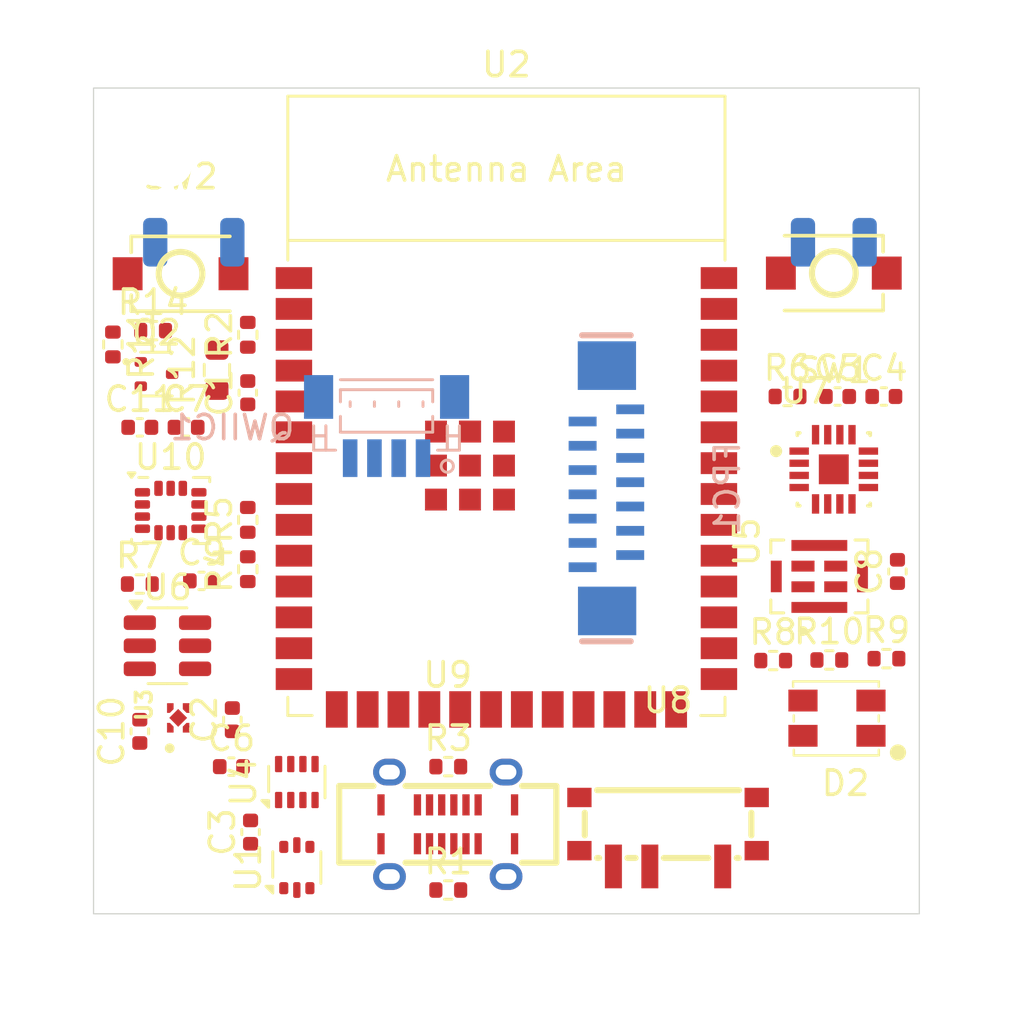
<source format=kicad_pcb>
(kicad_pcb (version 20241229) (generator "pcbnew") (generator_version "9.0")
  (layers (0 "F.Cu" signal) (2 "B.Cu" signal) (13 "F.Paste" user) (15 "B.Paste" user) (5 "F.SilkS" user "F.Silkscreen") (7 "B.SilkS" user "B.Silkscreen") (1 "F.Mask" user) (3 "B.Mask" user) (25 "Edge.Cuts" user))
  (net 0 "")
  (net 1 "GND")
  (net 2 "EN")
  (net 3 "PWR")
  (net 4 "+5V")
  (net 5 "BAT+")
  (net 6 "+3V3")
  (net 7 "SPK+")
  (net 8 "SPK-")
  (net 9 "Net-(D2-BA)")
  (net 10 "Net-(D2-GA)")
  (net 11 "Net-(D2-RA)")
  (net 12 "SDA")
  (net 13 "SCL")
  (net 14 "Net-(U9-CC2)")
  (net 15 "Net-(U9-CC1)")
  (net 16 "BAT_MONITOR")
  (net 17 "Net-(U7-~{SD_MODE})")
  (net 18 "~{SD_MODE}")
  (net 19 "Net-(U6-PROG)")
  (net 20 "RED")
  (net 21 "GREEN")
  (net 22 "BLUE")
  (net 23 "IO0")
  (net 24 "USB_D+")
  (net 25 "USB_D-")
  (net 26 "USB_D_IN+")
  (net 27 "USB_D_IN-")
  (net 32 "INT1")
  (net 33 "MIC_LR")
  (net 34 "SPK_DIN")
  (net 36 "~{STDBY}")
  (net 42 "~{CHRG}")
  (net 44 "INT2")
  (net 45 "SPK_BCLK")
  (net 46 "MIC_CLK")
  (net 47 "MIC_DATA")
  (net 51 "SPK_LRCLK")
  (net 52 "CS_3")
  (net 54 "PWR_IN")
  (net 62 "RS")
  (net 63 "CS_5")
  (net 64 "CS_2")
  (net 65 "RST")
  (net 66 "CS_1")
  (net 67 "CS_4")
  (net 68 "Net-(Q2-G)")
  (net 69 "Net-(Q2-D)")
  (net 70 "BACKLIGHT")
  (net 71 "LED_K")
  (footprint "Resistor_SMD:R_0402_1005Metric" (layer "F.Cu") (at 227.78066 78.794211)
    (property "Reference" "R10" (at 0 -1.17 0) (layer "F.SilkS"))
    (property "Value" "100")
    (pad "1" smd roundrect (at -0.51 0) (size 0.54 0.64) (layers "F.Cu" "F.Mask" "F.Paste") (net 9 "Net-(D2-BA)"))
    (pad "2" smd roundrect (at 0.51 0) (size 0.54 0.64) (layers "F.Cu" "F.Mask" "F.Paste") (net 22 "BLUE"))
  )
  (footprint "MountingHole:MountingHole_2.2mm_M2" (layer "F.Cu") (at 200.485 58.245)
    (property "Reference" "H1" (hide yes))
    (property "Value" "MountingHole")
    (pad "" np_thru_hole circle (at 0 0) (size 2.2 2.2) (drill 2.2) (layers "*.Cu" "*.Mask"))
  )
  (footprint "Capacitor_SMD:C_0402_1005Metric" (layer "F.Cu") (at 203.95 85.88 90)
    (property "Reference" "C3" (at 0 -1.16 90) (layer "F.SilkS"))
    (property "Value" "2.2uF")
    (pad "1" smd roundrect (at -0.48 0 90) (size 0.56 0.62) (layers "F.Cu" "F.Mask" "F.Paste") (net 4 "+5V"))
    (pad "2" smd roundrect (at 0.48 0 90) (size 0.56 0.62) (layers "F.Cu" "F.Mask" "F.Paste") (net 1 "GND"))
  )
  (footprint "PCM_Espressif:ESP32-S3-WROOM-1" (layer "F.Cu") (at 214.485 71.33)
    (property "Reference" "U2" (at 0 -17.05 0) (layer "F.SilkS"))
    (property "Value" "ESP32-S3-WROOM-1")
    (fp_text user "Antenna Area" (at 0 -12.75 0) (layer "F.SilkS"))
    (pad "1" smd rect (at -8.75 -8.26) (size 1.5 0.9) (layers "F.Cu" "F.Mask" "F.Paste") (net 1 "GND"))
    (pad "2" smd rect (at -8.75 -6.99) (size 1.5 0.9) (layers "F.Cu" "F.Mask" "F.Paste") (net 6 "+3V3"))
    (pad "3" smd rect (at -8.75 -5.72) (size 1.5 0.9) (layers "F.Cu" "F.Mask" "F.Paste") (net 2 "EN"))
    (pad "4" smd rect (at -8.75 -4.45) (size 1.5 0.9) (layers "F.Cu" "F.Mask" "F.Paste") (net 20 "RED"))
    (pad "5" smd rect (at -8.75 -3.18) (size 1.5 0.9) (layers "F.Cu" "F.Mask" "F.Paste") (net 21 "GREEN"))
    (pad "6" smd rect (at -8.75 -1.91) (size 1.5 0.9) (layers "F.Cu" "F.Mask" "F.Paste") (net 22 "BLUE"))
    (pad "7" smd rect (at -8.75 -0.64) (size 1.5 0.9) (layers "F.Cu" "F.Mask" "F.Paste") (net 13 "SCL"))
    (pad "8" smd rect (at -8.75 0.63) (size 1.5 0.9) (layers "F.Cu" "F.Mask" "F.Paste") (net 12 "SDA"))
    (pad "9" smd rect (at -8.75 1.9) (size 1.5 0.9) (layers "F.Cu" "F.Mask" "F.Paste") (net 42 "~{CHRG}"))
    (pad "10" smd rect (at -8.75 3.17) (size 1.5 0.9) (layers "F.Cu" "F.Mask" "F.Paste") (net 36 "~{STDBY}"))
    (pad "11" smd rect (at -8.75 4.44) (size 1.5 0.9) (layers "F.Cu" "F.Mask" "F.Paste") (net 16 "BAT_MONITOR"))
    (pad "12" smd rect (at -8.75 5.71) (size 1.5 0.9) (layers "F.Cu" "F.Mask" "F.Paste") (net 32 "INT1"))
    (pad "13" smd rect (at -8.75 6.98) (size 1.5 0.9) (layers "F.Cu" "F.Mask" "F.Paste") (net 25 "USB_D-"))
    (pad "14" smd rect (at -8.75 8.25) (size 1.5 0.9) (layers "F.Cu" "F.Mask" "F.Paste") (net 24 "USB_D+"))
    (pad "15" smd rect (at -6.985 9.5 90) (size 1.5 0.9) (layers "F.Cu" "F.Mask" "F.Paste"))
    (pad "16" smd rect (at -5.715 9.5 90) (size 1.5 0.9) (layers "F.Cu" "F.Mask" "F.Paste"))
    (pad "17" smd rect (at -4.445 9.5 90) (size 1.5 0.9) (layers "F.Cu" "F.Mask" "F.Paste") (net 44 "INT2"))
    (pad "18" smd rect (at -3.175 9.5 90) (size 1.5 0.9) (layers "F.Cu" "F.Mask" "F.Paste"))
    (pad "19" smd rect (at -1.905 9.5 90) (size 1.5 0.9) (layers "F.Cu" "F.Mask" "F.Paste"))
    (pad "20" smd rect (at -0.635 9.5 90) (size 1.5 0.9) (layers "F.Cu" "F.Mask" "F.Paste"))
    (pad "21" smd rect (at 0.635 9.5 90) (size 1.5 0.9) (layers "F.Cu" "F.Mask" "F.Paste"))
    (pad "22" smd rect (at 1.905 9.5 90) (size 1.5 0.9) (layers "F.Cu" "F.Mask" "F.Paste"))
    (pad "23" smd rect (at 3.175 9.5 90) (size 1.5 0.9) (layers "F.Cu" "F.Mask" "F.Paste") (net 46 "MIC_CLK"))
    (pad "24" smd rect (at 4.445 9.5 90) (size 1.5 0.9) (layers "F.Cu" "F.Mask" "F.Paste") (net 33 "MIC_LR"))
    (pad "25" smd rect (at 5.715 9.5 90) (size 1.5 0.9) (layers "F.Cu" "F.Mask" "F.Paste") (net 47 "MIC_DATA"))
    (pad "26" smd rect (at 6.985 9.5 90) (size 1.5 0.9) (layers "F.Cu" "F.Mask" "F.Paste"))
    (pad "27" smd rect (at 8.75 8.25 180) (size 1.5 0.9) (layers "F.Cu" "F.Mask" "F.Paste") (net 23 "IO0"))
    (pad "28" smd rect (at 8.75 6.98 180) (size 1.5 0.9) (layers "F.Cu" "F.Mask" "F.Paste"))
    (pad "29" smd rect (at 8.75 5.71 180) (size 1.5 0.9) (layers "F.Cu" "F.Mask" "F.Paste"))
    (pad "30" smd rect (at 8.75 4.44 180) (size 1.5 0.9) (layers "F.Cu" "F.Mask" "F.Paste"))
    (pad "31" smd rect (at 8.75 3.17 180) (size 1.5 0.9) (layers "F.Cu" "F.Mask" "F.Paste") (net 18 "~{SD_MODE}"))
    (pad "32" smd rect (at 8.75 1.9 180) (size 1.5 0.9) (layers "F.Cu" "F.Mask" "F.Paste") (net 34 "SPK_DIN"))
    (pad "33" smd rect (at 8.75 0.63 180) (size 1.5 0.9) (layers "F.Cu" "F.Mask" "F.Paste") (net 45 "SPK_BCLK"))
    (pad "34" smd rect (at 8.75 -0.64 180) (size 1.5 0.9) (layers "F.Cu" "F.Mask" "F.Paste") (net 51 "SPK_LRCLK"))
    (pad "35" smd rect (at 8.75 -1.91 180) (size 1.5 0.9) (layers "F.Cu" "F.Mask" "F.Paste"))
    (pad "36" smd rect (at 8.75 -3.18 180) (size 1.5 0.9) (layers "F.Cu" "F.Mask" "F.Paste"))
    (pad "37" smd rect (at 8.75 -4.45 180) (size 1.5 0.9) (layers "F.Cu" "F.Mask" "F.Paste"))
    (pad "38" smd rect (at 8.75 -5.72 180) (size 1.5 0.9) (layers "F.Cu" "F.Mask" "F.Paste"))
    (pad "39" smd rect (at 8.75 -6.99 180) (size 1.5 0.9) (layers "F.Cu" "F.Mask" "F.Paste") (net 70 "BACKLIGHT"))
    (pad "40" smd rect (at 8.75 -8.26 180) (size 1.5 0.9) (layers "F.Cu" "F.Mask" "F.Paste") (net 1 "GND"))
    (pad "41" smd rect (at -2.9 -1.94 180) (size 0.9 0.9) (layers "F.Cu" "F.Mask" "F.Paste") (net 1 "GND"))
    (pad "41" smd rect (at -2.9 -0.54 180) (size 0.9 0.9) (layers "F.Cu" "F.Mask" "F.Paste") (net 1 "GND"))
    (pad "41" smd rect (at -2.9 0.86 180) (size 0.9 0.9) (layers "F.Cu" "F.Mask" "F.Paste") (net 1 "GND"))
    (pad "41" smd rect (at -2.9 0.86 180) (size 0.9 0.9) (layers "F.Cu" "F.Mask" "F.Paste") (net 1 "GND"))
    (pad "41" smd rect (at -1.5 -1.94 180) (size 0.9 0.9) (layers "F.Cu" "F.Mask" "F.Paste") (net 1 "GND"))
    (pad "41" smd rect (at -1.5 -1.94 180) (size 0.9 0.9) (layers "F.Cu" "F.Mask" "F.Paste") (net 1 "GND"))
    (pad "41" smd rect (at -1.5 -0.54 180) (size 0.9 0.9) (layers "F.Cu" "F.Mask" "F.Paste") (net 1 "GND"))
    (pad "41" smd rect (at -1.5 0.86 180) (size 0.9 0.9) (layers "F.Cu" "F.Mask" "F.Paste") (net 1 "GND"))
    (pad "41" smd rect (at -0.1 -1.94 180) (size 0.9 0.9) (layers "F.Cu" "F.Mask" "F.Paste") (net 1 "GND"))
    (pad "41" smd rect (at -0.1 -0.54 180) (size 0.9 0.9) (layers "F.Cu" "F.Mask" "F.Paste") (net 1 "GND"))
    (pad "41" smd rect (at -0.1 0.86 180) (size 0.9 0.9) (layers "F.Cu" "F.Mask" "F.Paste") (net 1 "GND"))
  )
  (footprint "Capacitor_SMD:C_0402_1005Metric" (layer "F.Cu") (at 203.16 83.185)
    (property "Reference" "C6" (at 0 -1.16 0) (layer "F.SilkS"))
    (property "Value" "2.2uF")
    (pad "1" smd roundrect (at -0.48 0) (size 0.56 0.62) (layers "F.Cu" "F.Mask" "F.Paste") (net 5 "BAT+"))
    (pad "2" smd roundrect (at 0.48 0) (size 0.56 0.62) (layers "F.Cu" "F.Mask" "F.Paste") (net 1 "GND"))
  )
  (footprint "Resistor_SMD:R_0402_1005Metric" (layer "F.Cu") (at 225.468062 78.81793)
    (property "Reference" "R8" (at 0 -1.17 0) (layer "F.SilkS"))
    (property "Value" "100")
    (pad "1" smd roundrect (at -0.51 0) (size 0.54 0.64) (layers "F.Cu" "F.Mask" "F.Paste") (net 11 "Net-(D2-RA)"))
    (pad "2" smd roundrect (at 0.51 0) (size 0.54 0.64) (layers "F.Cu" "F.Mask" "F.Paste") (net 20 "RED"))
  )
  (footprint "Resistor_SMD:R_0402_1005Metric" (layer "F.Cu") (at 226.06 67.945)
    (property "Reference" "R6" (at 0 -1.17 0) (layer "F.SilkS"))
    (property "Value" "634K")
    (pad "1" smd roundrect (at -0.51 0) (size 0.54 0.64) (layers "F.Cu" "F.Mask" "F.Paste") (net 18 "~{SD_MODE}"))
    (pad "2" smd roundrect (at 0.51 0) (size 0.54 0.64) (layers "F.Cu" "F.Mask" "F.Paste") (net 17 "Net-(U7-~{SD_MODE})"))
  )
  (footprint "MountingHole:MountingHole_2.2mm_M2" (layer "F.Cu") (at 228.485 86.245)
    (property "Reference" "H3" (hide yes))
    (property "Value" "MountingHole")
    (pad "" np_thru_hole circle (at 0 0) (size 2.2 2.2) (drill 2.2) (layers "*.Cu" "*.Mask"))
  )
  (footprint "Capacitor_SMD:C_0402_1005Metric" (layer "F.Cu") (at 199.39 81.7325 90)
    (property "Reference" "C10" (at 0 -1.16 90) (layer "F.SilkS"))
    (property "Value" "22uF")
    (pad "1" smd roundrect (at -0.48 0 90) (size 0.56 0.62) (layers "F.Cu" "F.Mask" "F.Paste") (net 6 "+3V3"))
    (pad "2" smd roundrect (at 0.48 0 90) (size 0.56 0.62) (layers "F.Cu" "F.Mask" "F.Paste") (net 1 "GND"))
  )
  (footprint "Capacitor_SMD:C_0402_1005Metric" (layer "F.Cu") (at 230.585476 75.149529 90)
    (property "Reference" "C8" (at 0 -1.16 90) (layer "F.SilkS"))
    (property "Value" "0.1uF")
    (pad "1" smd roundrect (at -0.48 0 90) (size 0.56 0.62) (layers "F.Cu" "F.Mask" "F.Paste") (net 6 "+3V3"))
    (pad "2" smd roundrect (at 0.48 0 90) (size 0.56 0.62) (layers "F.Cu" "F.Mask" "F.Paste") (net 1 "GND"))
  )
  (footprint "Resistor_SMD:R_0402_1005Metric" (layer "F.Cu") (at 198.280708 65.803871 -90)
    (property "Reference" "R11" (at 0 -1.17 90) (layer "F.SilkS"))
    (property "Value" "100R")
    (pad "1" smd roundrect (at -0.51 0 270) (size 0.54 0.64) (layers "F.Cu" "F.Mask" "F.Paste") (net 70 "BACKLIGHT"))
    (pad "2" smd roundrect (at 0.51 0 270) (size 0.54 0.64) (layers "F.Cu" "F.Mask" "F.Paste") (net 68 "Net-(Q2-G)"))
  )
  (footprint "MountingHole:MountingHole_2.2mm_M2" (layer "F.Cu") (at 228.485 58.245)
    (property "Reference" "H2" (hide yes))
    (property "Value" "MountingHole")
    (pad "" np_thru_hole circle (at 0 0) (size 2.2 2.2) (drill 2.2) (layers "*.Cu" "*.Mask"))
  )
  (footprint "Package_LGA:LGA-14_3x2.5mm_P0.5mm_LayoutBorder3x4y" (layer "F.Cu") (at 200.66 72.64)
    (property "Reference" "U10" (at 0 -2.2 0) (layer "F.SilkS"))
    (property "Value" "LSM6DS3")
    (pad "1" smd roundrect (at -1.1625 -0.75) (size 0.625 0.35) (layers "F.Cu" "F.Mask" "F.Paste") (net 6 "+3V3"))
    (pad "2" smd roundrect (at -1.1625 -0.25) (size 0.625 0.35) (layers "F.Cu" "F.Mask" "F.Paste") (net 6 "+3V3"))
    (pad "3" smd roundrect (at -1.1625 0.25) (size 0.625 0.35) (layers "F.Cu" "F.Mask" "F.Paste") (net 6 "+3V3"))
    (pad "4" smd roundrect (at -1.1625 0.75) (size 0.625 0.35) (layers "F.Cu" "F.Mask" "F.Paste") (net 32 "INT1"))
    (pad "5" smd roundrect (at -0.5 0.9125) (size 0.35 0.625) (layers "F.Cu" "F.Mask" "F.Paste") (net 6 "+3V3"))
    (pad "6" smd roundrect (at 0 0.9125) (size 0.35 0.625) (layers "F.Cu" "F.Mask" "F.Paste") (net 1 "GND"))
    (pad "7" smd roundrect (at 0.5 0.9125) (size 0.35 0.625) (layers "F.Cu" "F.Mask" "F.Paste") (net 1 "GND"))
    (pad "8" smd roundrect (at 1.1625 0.75) (size 0.625 0.35) (layers "F.Cu" "F.Mask" "F.Paste") (net 6 "+3V3"))
    (pad "9" smd roundrect (at 1.1625 0.25) (size 0.625 0.35) (layers "F.Cu" "F.Mask" "F.Paste") (net 44 "INT2"))
    (pad "10" smd roundrect (at 1.1625 -0.25) (size 0.625 0.35) (layers "F.Cu" "F.Mask" "F.Paste"))
    (pad "11" smd roundrect (at 1.1625 -0.75) (size 0.625 0.35) (layers "F.Cu" "F.Mask" "F.Paste"))
    (pad "12" smd roundrect (at 0.5 -0.9125) (size 0.35 0.625) (layers "F.Cu" "F.Mask" "F.Paste") (net 6 "+3V3"))
    (pad "13" smd roundrect (at 0 -0.9125) (size 0.35 0.625) (layers "F.Cu" "F.Mask" "F.Paste") (net 13 "SCL"))
    (pad "14" smd roundrect (at -0.5 -0.9125) (size 0.35 0.625) (layers "F.Cu" "F.Mask" "F.Paste") (net 12 "SDA"))
  )
  (footprint "Resistor_SMD:R_0402_1005Metric" (layer "F.Cu") (at 203.835 73.025 90)
    (property "Reference" "R5" (at 0 -1.17 90) (layer "F.SilkS"))
    (property "Value" "10K")
    (pad "1" smd roundrect (at -0.51 0 90) (size 0.54 0.64) (layers "F.Cu" "F.Mask" "F.Paste") (net 16 "BAT_MONITOR"))
    (pad "2" smd roundrect (at 0.51 0 90) (size 0.54 0.64) (layers "F.Cu" "F.Mask" "F.Paste") (net 1 "GND"))
  )
  (footprint "Package_TO_SOT_SMD:SOT-23-6" (layer "F.Cu") (at 200.5275 78.2075)
    (property "Reference" "U6" (at 0 -2.4 0) (layer "F.SilkS"))
    (property "Value" "TP4057")
    (pad "1" smd roundrect (at -1.1375 -0.95) (size 1.325 0.6) (layers "F.Cu" "F.Mask" "F.Paste") (net 42 "~{CHRG}"))
    (pad "2" smd roundrect (at -1.1375 0) (size 1.325 0.6) (layers "F.Cu" "F.Mask" "F.Paste") (net 1 "GND"))
    (pad "3" smd roundrect (at -1.1375 0.95) (size 1.325 0.6) (layers "F.Cu" "F.Mask" "F.Paste") (net 5 "BAT+"))
    (pad "4" smd roundrect (at 1.1375 0.95) (size 1.325 0.6) (layers "F.Cu" "F.Mask" "F.Paste") (net 4 "+5V"))
    (pad "5" smd roundrect (at 1.1375 0) (size 1.325 0.6) (layers "F.Cu" "F.Mask" "F.Paste") (net 36 "~{STDBY}"))
    (pad "6" smd roundrect (at 1.1375 -0.95) (size 1.325 0.6) (layers "F.Cu" "F.Mask" "F.Paste") (net 19 "Net-(U6-PROG)"))
  )
  (footprint "Display_Other:KAA-3528RGBS-11" (layer "F.Cu") (at 228.066174 81.199992)
    (property "Reference" "D2" (at 0.381 2.667 0) (layer "F.SilkS"))
    (property "Value" "LED_RCGB" (hide yes))
    (pad "1" smd rect (at 1.428826 0.715008) (size 1.2 0.9) (layers "F.Cu" "F.Mask" "F.Paste") (net 11 "Net-(D2-RA)"))
    (pad "2" smd rect (at -1.371174 0.715008) (size 1.2 0.9) (layers "F.Cu" "F.Mask" "F.Paste") (net 1 "GND"))
    (pad "3" smd rect (at 1.428826 -0.734992) (size 1.2 0.9) (layers "F.Cu" "F.Mask" "F.Paste") (net 10 "Net-(D2-GA)"))
    (pad "4" smd rect (at -1.371174 -0.734992) (size 1.2 0.9) (layers "F.Cu" "F.Mask" "F.Paste") (net 9 "Net-(D2-BA)"))
  )
  (footprint "OWMMOD_403010A_S261F:MIC_OWMMOD-403010A-S261F" (layer "F.Cu") (at 228.195 75.355 90)
    (property "Reference" "U5" (at 1.425 -3.81 90) (layer "F.SilkS"))
    (property "Value" "OWMMOD-403010A-S261F")
    (pad "1" smd rect (at -0.425 -1.5 90) (size 0.45 0.95) (layers "F.Cu" "F.Mask" "F.Paste") (net 46 "MIC_CLK"))
    (pad "2" smd rect (at -0.425 -0.15 90) (size 0.45 0.95) (layers "F.Cu" "F.Mask" "F.Paste") (net 47 "MIC_DATA"))
    (pad "3" smd rect (at 0.425 -0.15 90) (size 0.45 0.95) (layers "F.Cu" "F.Mask" "F.Paste") (net 6 "+3V3"))
    (pad "4" smd rect (at 0.425 -1.5 90) (size 0.45 0.95) (layers "F.Cu" "F.Mask" "F.Paste") (net 33 "MIC_LR"))
    (pad "5" smd rect (at 0 -2.6 90) (size 1.3 0.45) (layers "F.Cu" "F.Mask" "F.Paste") (net 1 "GND"))
    (pad "6" smd rect (at -1.275 -0.825 90) (size 0.45 2.3) (layers "F.Cu" "F.Mask" "F.Paste") (net 1 "GND"))
    (pad "7" smd rect (at 0 0.95 90) (size 1.3 0.45) (layers "F.Cu" "F.Mask" "F.Paste") (net 1 "GND"))
    (pad "8" smd rect (at 1.275 -0.825 90) (size 0.45 2.3) (layers "F.Cu" "F.Mask" "F.Paste") (net 1 "GND"))
  )
  (footprint "easyeda2kicad:TYPE-C-SMD_USB4120-03-C" (layer "F.Cu") (at 212.07 85.56)
    (property "Reference" "U9" (at 0 -6.15 0) (layer "F.SilkS"))
    (property "Value" "TYPE-C 16PLT-H10.0")
    (pad "" np_thru_hole circle (at -3.75 0) (size 0.6 0.6) (drill 0.6) (layers "*.Cu" "*.Mask"))
    (pad "" np_thru_hole circle (at 3.75 0) (size 0.6 0.6) (drill 0.6) (layers "*.Cu" "*.Mask"))
    (pad "0" thru_hole oval (at -2.4 -2.15 270) (size 1.1 1.35) (drill oval 0.599999 0.849986) (layers "*.Cu" "*.Mask") (net 1 "GND"))
    (pad "0" thru_hole oval (at -2.4 2.15 270) (size 1.1 1.35) (drill oval 0.599999 0.849986) (layers "*.Cu" "*.Mask") (net 1 "GND"))
    (pad "0" thru_hole oval (at 2.4 -2.15 270) (size 1.1 1.35) (drill oval 0.599999 0.849986) (layers "*.Cu" "*.Mask") (net 1 "GND"))
    (pad "0" thru_hole oval (at 2.4 2.15 270) (size 1.1 1.35) (drill oval 0.599999 0.849986) (layers "*.Cu" "*.Mask") (net 1 "GND"))
    (pad "A1" smd rect (at -2.75 -0.8) (size 0.3 0.87) (layers "F.Cu" "F.Mask" "F.Paste") (net 1 "GND"))
    (pad "A4" smd rect (at -1.25 -0.8) (size 0.3 0.87) (layers "F.Cu" "F.Mask" "F.Paste") (net 4 "+5V"))
    (pad "A5" smd rect (at -0.75 -0.8) (size 0.3 0.87) (layers "F.Cu" "F.Mask" "F.Paste") (net 15 "Net-(U9-CC1)"))
    (pad "A6" smd rect (at -0.25 -0.8) (size 0.3 0.87) (layers "F.Cu" "F.Mask" "F.Paste") (net 26 "USB_D_IN+"))
    (pad "A7" smd rect (at 0.25 -0.8) (size 0.3 0.87) (layers "F.Cu" "F.Mask" "F.Paste") (net 27 "USB_D_IN-"))
    (pad "A8" smd rect (at 0.75 -0.8) (size 0.3 0.87) (layers "F.Cu" "F.Mask" "F.Paste"))
    (pad "A9" smd rect (at 1.25 -0.8) (size 0.3 0.87) (layers "F.Cu" "F.Mask" "F.Paste") (net 4 "+5V"))
    (pad "A12" smd rect (at 2.75 -0.8) (size 0.3 0.87) (layers "F.Cu" "F.Mask" "F.Paste") (net 1 "GND"))
    (pad "B1" smd rect (at 2.75 0.8) (size 0.3 0.87) (layers "F.Cu" "F.Mask" "F.Paste") (net 1 "GND"))
    (pad "B4" smd rect (at 1.25 0.8) (size 0.3 0.87) (layers "F.Cu" "F.Mask" "F.Paste") (net 4 "+5V"))
    (pad "B5" smd rect (at 0.75 0.8) (size 0.3 0.87) (layers "F.Cu" "F.Mask" "F.Paste") (net 14 "Net-(U9-CC2)"))
    (pad "B6" smd rect (at 0.25 0.8) (size 0.3 0.87) (layers "F.Cu" "F.Mask" "F.Paste") (net 26 "USB_D_IN+"))
    (pad "B7" smd rect (at -0.25 0.8) (size 0.3 0.87) (layers "F.Cu" "F.Mask" "F.Paste") (net 27 "USB_D_IN-"))
    (pad "B8" smd rect (at -0.75 0.8) (size 0.3 0.87) (layers "F.Cu" "F.Mask" "F.Paste"))
    (pad "B9" smd rect (at -1.25 0.8) (size 0.3 0.87) (layers "F.Cu" "F.Mask" "F.Paste") (net 4 "+5V"))
    (pad "B12" smd rect (at -2.75 0.8) (size 0.3 0.87) (layers "F.Cu" "F.Mask" "F.Paste") (net 1 "GND"))
  )
  (footprint "Package_TO_SOT_SMD:SOT-583-8" (layer "F.Cu") (at 205.855 83.82 90)
    (property "Reference" "U4" (at 0 -2.2 90) (layer "F.SilkS"))
    (property "Value" "TPS2117DRLR_C22399676")
    (pad "1" smd roundrect (at -0.74 -0.75 90) (size 0.67 0.3) (layers "F.Cu" "F.Mask" "F.Paste") (roundrect_rratio 0.1666666667) (net 1 "GND"))
    (pad "2" smd roundrect (at -0.74 -0.25 90) (size 0.67 0.3) (layers "F.Cu" "F.Mask" "F.Paste") (roundrect_rratio 0.1666666667) (net 54 "PWR_IN"))
    (pad "3" smd roundrect (at -0.74 0.25 90) (size 0.67 0.3) (layers "F.Cu" "F.Mask" "F.Paste") (roundrect_rratio 0.1666666667) (net 4 "+5V"))
    (pad "4" smd roundrect (at -0.74 0.75 90) (size 0.67 0.3) (layers "F.Cu" "F.Mask" "F.Paste") (roundrect_rratio 0.1666666667) (net 1 "GND"))
    (pad "5" smd roundrect (at 0.74 0.75 90) (size 0.67 0.3) (layers "F.Cu" "F.Mask" "F.Paste") (roundrect_rratio 0.1666666667) (net 1 "GND"))
    (pad "6" smd roundrect (at 0.74 0.25 90) (size 0.67 0.3) (layers "F.Cu" "F.Mask" "F.Paste") (roundrect_rratio 0.1666666667) (net 5 "BAT+"))
    (pad "7" smd roundrect (at 0.74 -0.25 90) (size 0.67 0.3) (layers "F.Cu" "F.Mask" "F.Paste") (roundrect_rratio 0.1666666667) (net 54 "PWR_IN"))
    (pad "8" smd roundrect (at 0.74 -0.75 90) (size 0.67 0.3) (layers "F.Cu" "F.Mask" "F.Paste") (roundrect_rratio 0.1666666667))
  )
  (footprint "Resistor_SMD:R_0603_1608Metric" (layer "F.Cu") (at 202.565 66.858094 90)
    (property "Reference" "R12" (at 0 -1.43 90) (layer "F.SilkS"))
    (property "Value" "10R 0.5W")
    (pad "1" smd roundrect (at -0.825 0 90) (size 0.8 0.95) (layers "F.Cu" "F.Mask" "F.Paste") (net 71 "LED_K"))
    (pad "2" smd roundrect (at 0.825 0 90) (size 0.8 0.95) (layers "F.Cu" "F.Mask" "F.Paste") (net 69 "Net-(Q2-D)"))
  )
  (footprint "Resistor_SMD:R_0402_1005Metric" (layer "F.Cu") (at 203.835 65.405 90)
    (property "Reference" "R2" (at 0 -1.17 90) (layer "F.SilkS"))
    (property "Value" "5.1K")
    (pad "1" smd roundrect (at -0.51 0 90) (size 0.54 0.64) (layers "F.Cu" "F.Mask" "F.Paste") (net 6 "+3V3"))
    (pad "2" smd roundrect (at 0.51 0 90) (size 0.54 0.64) (layers "F.Cu" "F.Mask" "F.Paste") (net 2 "EN"))
  )
  (footprint "Capacitor_SMD:C_0402_1005Metric" (layer "F.Cu") (at 201.295 69.215)
    (property "Reference" "C7" (at 0 -1.16 0) (layer "F.SilkS"))
    (property "Value" "100nf")
    (pad "1" smd roundrect (at -0.48 0) (size 0.56 0.62) (layers "F.Cu" "F.Mask" "F.Paste") (net 6 "+3V3"))
    (pad "2" smd roundrect (at 0.48 0) (size 0.56 0.62) (layers "F.Cu" "F.Mask" "F.Paste") (net 1 "GND"))
  )
  (footprint "easyeda2kicad:SW-SMD_L3.9-W3.0-P4.45" (layer "F.Cu") (at 227.965 62.865 180)
    (property "Reference" "SW1" (at 0 -4 0) (layer "F.SilkS"))
    (property "Value" "TS-1088-AR02016")
    (pad "1" smd rect (at -2.18 0 180) (size 1.23 1.36) (layers "F.Cu" "F.Mask" "F.Paste") (net 1 "GND"))
    (pad "2" smd rect (at 2.18 0 180) (size 1.23 1.36) (layers "F.Cu" "F.Mask" "F.Paste") (net 23 "IO0"))
  )
  (footprint "Resistor_SMD:R_0402_1005Metric" (layer "F.Cu") (at 203.835 75.055 90)
    (property "Reference" "R4" (at 0 -1.17 90) (layer "F.SilkS"))
    (property "Value" "10K")
    (pad "1" smd roundrect (at -0.51 0 90) (size 0.54 0.64) (layers "F.Cu" "F.Mask" "F.Paste") (net 16 "BAT_MONITOR"))
    (pad "2" smd roundrect (at 0.51 0 90) (size 0.54 0.64) (layers "F.Cu" "F.Mask" "F.Paste") (net 5 "BAT+"))
  )
  (footprint "Capacitor_SMD:C_0402_1005Metric" (layer "F.Cu") (at 228.12 67.945)
    (property "Reference" "C5" (at 0 -1.16 0) (layer "F.SilkS"))
    (property "Value" "0.1uF")
    (pad "1" smd roundrect (at -0.48 0) (size 0.56 0.62) (layers "F.Cu" "F.Mask" "F.Paste") (net 3 "PWR"))
    (pad "2" smd roundrect (at 0.48 0) (size 0.56 0.62) (layers "F.Cu" "F.Mask" "F.Paste") (net 1 "GND"))
  )
  (footprint "MountingHole:MountingHole_2.2mm_M2" (layer "F.Cu") (at 200.485 86.245)
    (property "Reference" "H4" (hide yes))
    (property "Value" "MountingHole")
    (pad "" np_thru_hole circle (at 0 0) (size 2.2 2.2) (drill 2.2) (layers "*.Cu" "*.Mask"))
  )
  (footprint "Capacitor_SMD:C_0402_1005Metric" (layer "F.Cu") (at 199.39 69.215)
    (property "Reference" "C11" (at 0 -1.16 0) (layer "F.SilkS"))
    (property "Value" "100nf")
    (pad "1" smd roundrect (at -0.48 0) (size 0.56 0.62) (layers "F.Cu" "F.Mask" "F.Paste") (net 6 "+3V3"))
    (pad "2" smd roundrect (at 0.48 0) (size 0.56 0.62) (layers "F.Cu" "F.Mask" "F.Paste") (net 1 "GND"))
  )
  (footprint "Package_TO_SOT_SMD:SOT-666" (layer "F.Cu") (at 205.855 87.34 90)
    (property "Reference" "U1" (at 0 -2 90) (layer "F.SilkS"))
    (property "Value" "USBLC6-2P6")
    (pad "1" smd roundrect (at -0.85 -0.5375 90) (size 0.5 0.375) (layers "F.Cu" "F.Mask" "F.Paste") (net 24 "USB_D+"))
    (pad "2" smd roundrect (at -0.925 0 90) (size 0.65 0.3) (layers "F.Cu" "F.Mask" "F.Paste") (net 1 "GND"))
    (pad "3" smd roundrect (at -0.85 0.5375 90) (size 0.5 0.375) (layers "F.Cu" "F.Mask" "F.Paste") (net 25 "USB_D-"))
    (pad "4" smd roundrect (at 0.85 0.5375 90) (size 0.5 0.375) (layers "F.Cu" "F.Mask" "F.Paste") (net 27 "USB_D_IN-"))
    (pad "5" smd roundrect (at 0.925 0 90) (size 0.65 0.3) (layers "F.Cu" "F.Mask" "F.Paste") (net 4 "+5V"))
    (pad "6" smd roundrect (at 0.85 -0.5375 90) (size 0.5 0.375) (layers "F.Cu" "F.Mask" "F.Paste") (net 26 "USB_D_IN+"))
  )
  (footprint "Capacitor_SMD:C_0402_1005Metric" (layer "F.Cu") (at 203.835 67.79 90)
    (property "Reference" "C1" (at 0 -1.16 90) (layer "F.SilkS"))
    (property "Value" "1uF")
    (pad "1" smd roundrect (at -0.48 0 90) (size 0.56 0.62) (layers "F.Cu" "F.Mask" "F.Paste") (net 2 "EN"))
    (pad "2" smd roundrect (at 0.48 0 90) (size 0.56 0.62) (layers "F.Cu" "F.Mask" "F.Paste") (net 1 "GND"))
  )
  (footprint "Resistor_SMD:R_0402_1005Metric" (layer "F.Cu") (at 230.132164 78.74)
    (property "Reference" "R9" (at 0 -1.17 0) (layer "F.SilkS"))
    (property "Value" "100")
    (pad "1" smd roundrect (at -0.51 0) (size 0.54 0.64) (layers "F.Cu" "F.Mask" "F.Paste") (net 10 "Net-(D2-GA)"))
    (pad "2" smd roundrect (at 0.51 0) (size 0.54 0.64) (layers "F.Cu" "F.Mask" "F.Paste") (net 21 "GREEN"))
  )
  (footprint "Resistor_SMD:R_0402_1005Metric" (layer "F.Cu") (at 212.09 88.265)
    (property "Reference" "R1" (at 0 -1.17 0) (layer "F.SilkS"))
    (property "Value" "5.1K")
    (pad "1" smd roundrect (at -0.51 0) (size 0.54 0.64) (layers "F.Cu" "F.Mask" "F.Paste") (net 1 "GND"))
    (pad "2" smd roundrect (at 0.51 0) (size 0.54 0.64) (layers "F.Cu" "F.Mask" "F.Paste") (net 14 "Net-(U9-CC2)"))
  )
  (footprint "easyeda2kicad:SW-SMD_MSS12C02LS-HB2.0-1" (layer "F.Cu") (at 221.14 85.875)
    (property "Reference" "U8" (at 0 -5.42 0) (layer "F.SilkS"))
    (property "Value" "MSS12C02LS-BB2.0")
    (pad "" np_thru_hole circle (at -1.5 -0.33) (size 1 1) (drill 1) (layers "*.Cu" "*.Mask"))
    (pad "" np_thru_hole circle (at 1.5 -0.33) (size 1 1) (drill 1) (layers "*.Cu" "*.Mask"))
    (pad "1" smd rect (at -2.25 1.42) (size 0.7 1.8) (layers "F.Cu" "F.Mask" "F.Paste") (net 3 "PWR"))
    (pad "2" smd rect (at -0.75 1.42) (size 0.7 1.8) (layers "F.Cu" "F.Mask" "F.Paste") (net 54 "PWR_IN"))
    (pad "3" smd rect (at 2.25 1.42) (size 0.7 1.8) (layers "F.Cu" "F.Mask" "F.Paste"))
    (pad "4" smd rect (at -3.65 -1.42 90) (size 0.8 1) (layers "F.Cu" "F.Mask" "F.Paste") (net 1 "GND"))
    (pad "4" smd rect (at -3.65 0.77 90) (size 0.8 1) (layers "F.Cu" "F.Mask" "F.Paste") (net 1 "GND"))
    (pad "4" smd rect (at 3.65 -1.42 90) (size 0.8 1) (layers "F.Cu" "F.Mask" "F.Paste") (net 1 "GND"))
    (pad "4" smd rect (at 3.65 0.77 90) (size 0.8 1) (layers "F.Cu" "F.Mask" "F.Paste") (net 1 "GND"))
  )
  (footprint "Resistor_SMD:R_0402_1005Metric" (layer "F.Cu") (at 212.09 83.185)
    (property "Reference" "R3" (at 0 -1.17 0) (layer "F.SilkS"))
    (property "Value" "5.1K")
    (pad "1" smd roundrect (at -0.51 0) (size 0.54 0.64) (layers "F.Cu" "F.Mask" "F.Paste") (net 1 "GND"))
    (pad "2" smd roundrect (at 0.51 0) (size 0.54 0.64) (layers "F.Cu" "F.Mask" "F.Paste") (net 15 "Net-(U9-CC1)"))
  )
  (footprint "Resistor_SMD:R_0402_1005Metric" (layer "F.Cu") (at 199.937146 65.234057)
    (property "Reference" "R14" (at 0 -1.17 0) (layer "F.SilkS"))
    (property "Value" "100K")
    (pad "1" smd roundrect (at -0.51 0) (size 0.54 0.64) (layers "F.Cu" "F.Mask" "F.Paste") (net 70 "BACKLIGHT"))
    (pad "2" smd roundrect (at 0.51 0) (size 0.54 0.64) (layers "F.Cu" "F.Mask" "F.Paste") (net 1 "GND"))
  )
  (footprint "Resistor_SMD:R_0402_1005Metric" (layer "F.Cu") (at 199.39 75.6675)
    (property "Reference" "R7" (at 0 -1.17 0) (layer "F.SilkS"))
    (property "Value" "2.2K")
    (pad "1" smd roundrect (at -0.51 0) (size 0.54 0.64) (layers "F.Cu" "F.Mask" "F.Paste") (net 19 "Net-(U6-PROG)"))
    (pad "2" smd roundrect (at 0.51 0) (size 0.54 0.64) (layers "F.Cu" "F.Mask" "F.Paste") (net 1 "GND"))
  )
  (footprint "Package_TO_SOT_SMD:SOT-523" (layer "F.Cu") (at 200.074638 67.023094)
    (property "Reference" "Q2" (at 0 -1.7 0) (layer "F.SilkS"))
    (property "Value" "TPNTA4153NT1G")
    (pad "1" smd roundrect (at -0.645 -0.5 180) (size 0.51 0.4) (layers "F.Cu" "F.Mask" "F.Paste") (net 68 "Net-(Q2-G)"))
    (pad "2" smd roundrect (at -0.645 0.5 180) (size 0.51 0.4) (layers "F.Cu" "F.Mask" "F.Paste") (net 1 "GND"))
    (pad "3" smd roundrect (at 0.645 0 180) (size 0.51 0.4) (layers "F.Cu" "F.Mask" "F.Paste") (net 69 "Net-(Q2-D)"))
  )
  (footprint "Capacitor_SMD:C_0402_1005Metric" (layer "F.Cu") (at 203.2 81.2525 90)
    (property "Reference" "C2" (at 0 -1.16 90) (layer "F.SilkS"))
    (property "Value" "22uF")
    (pad "1" smd roundrect (at -0.48 0 90) (size 0.56 0.62) (layers "F.Cu" "F.Mask" "F.Paste") (net 3 "PWR"))
    (pad "2" smd roundrect (at 0.48 0 90) (size 0.56 0.62) (layers "F.Cu" "F.Mask" "F.Paste") (net 1 "GND"))
  )
  (footprint "IC_Maxim Electronics_MAX98357AETE+T:Maxim_Electronics-21-0896-0-0-0" (layer "F.Cu") (at 227.963987 70.94404)
    (property "Reference" "U7" (at -2.275 -3.225 0) (layer "F.SilkS") (effects (justify left)))
    (property "Value" "MAX98357AETE+T" (hide yes))
    (pad "1" smd rect (at -1.425 -0.75) (size 0.8 0.3) (layers "F.Cu" "F.Mask" "F.Paste") (net 34 "SPK_DIN"))
    (pad "2" smd rect (at -1.425 -0.25) (size 0.8 0.3) (layers "F.Cu" "F.Mask" "F.Paste"))
    (pad "3" smd rect (at -1.425 0.25) (size 0.8 0.3) (layers "F.Cu" "F.Mask" "F.Paste") (net 1 "GND"))
    (pad "4" smd rect (at -1.425 0.75) (size 0.8 0.3) (layers "F.Cu" "F.Mask" "F.Paste") (net 17 "Net-(U7-~{SD_MODE})"))
    (pad "5" smd rect (at -0.75 1.425) (size 0.3 0.8) (layers "F.Cu" "F.Mask" "F.Paste") (net 1 "GND"))
    (pad "6" smd rect (at -0.25 1.425) (size 0.3 0.8) (layers "F.Cu" "F.Mask" "F.Paste") (net 1 "GND"))
    (pad "7" smd rect (at 0.25 1.425) (size 0.3 0.8) (layers "F.Cu" "F.Mask" "F.Paste") (net 3 "PWR"))
    (pad "8" smd rect (at 0.75 1.425) (size 0.3 0.8) (layers "F.Cu" "F.Mask" "F.Paste") (net 3 "PWR"))
    (pad "9" smd rect (at 1.425 0.75) (size 0.8 0.3) (layers "F.Cu" "F.Mask" "F.Paste") (net 7 "SPK+"))
    (pad "10" smd rect (at 1.425 0.25) (size 0.8 0.3) (layers "F.Cu" "F.Mask" "F.Paste") (net 8 "SPK-"))
    (pad "11" smd rect (at 1.425 -0.25) (size 0.8 0.3) (layers "F.Cu" "F.Mask" "F.Paste") (net 1 "GND"))
    (pad "12" smd rect (at 1.425 -0.75) (size 0.8 0.3) (layers "F.Cu" "F.Mask" "F.Paste") (net 1 "GND"))
    (pad "13" smd rect (at 0.75 -1.425) (size 0.3 0.8) (layers "F.Cu" "F.Mask" "F.Paste") (net 1 "GND"))
    (pad "14" smd rect (at 0.25 -1.425) (size 0.3 0.8) (layers "F.Cu" "F.Mask" "F.Paste") (net 51 "SPK_LRCLK"))
    (pad "15" smd rect (at -0.25 -1.425) (size 0.3 0.8) (layers "F.Cu" "F.Mask" "F.Paste") (net 1 "GND"))
    (pad "16" smd rect (at -0.75 -1.425) (size 0.3 0.8) (layers "F.Cu" "F.Mask" "F.Paste") (net 45 "SPK_BCLK"))
    (pad "17" smd rect (at 0 0) (size 1.23 1.23) (layers "F.Cu" "F.Mask" "F.Paste") (net 1 "GND"))
  )
  (footprint "NCP167BMX330TBG:VREG_NCP167BMX330TBG" (layer "F.Cu") (at 200.97 81.1775 90)
    (property "Reference" "U3" (at 0.532 -1.4064 90) (layer "F.SilkS") (effects (font (size 0.64 0.64))))
    (property "Value" "NCP167BMX330TBG")
    (pad "1" smd custom (at -0.405 -0.325 90) (size 0.1 0.1) (layers "F.Cu" "F.Mask" "F.Paste") (net 6 "+3V3") (options (clearance outline) (anchor rect)) (primitives (gr_poly (pts (xy -0.195 -0.13) (xy 0.195 -0.13) (xy 0.195 -0.02) (xy 0.045 0.13) (xy -0.195 0.13)) (width 0.01) (fill yes))))
    (pad "2" smd custom (at -0.405 0.325 90) (size 0.1 0.1) (layers "F.Cu" "F.Mask" "F.Paste") (net 1 "GND") (options (clearance outline) (anchor rect)) (primitives (gr_poly (pts (xy -0.195 0.13) (xy 0.195 0.13) (xy 0.195 0.02) (xy 0.045 -0.13) (xy -0.195 -0.13)) (width 0.01) (fill yes))))
    (pad "3" smd custom (at 0.405 0.325 90) (size 0.1 0.1) (layers "F.Cu" "F.Mask" "F.Paste") (net 3 "PWR") (options (clearance outline) (anchor rect)) (primitives (gr_poly (pts (xy 0.195 0.13) (xy -0.195 0.13) (xy -0.195 0.02) (xy -0.045 -0.13) (xy 0.195 -0.13)) (width 0.01) (fill yes))))
    (pad "4" smd custom (at 0.405 -0.325 90) (size 0.1 0.1) (layers "F.Cu" "F.Mask" "F.Paste") (net 3 "PWR") (options (clearance outline) (anchor rect)) (primitives (gr_poly (pts (xy 0.195 -0.13) (xy -0.195 -0.13) (xy -0.195 -0.02) (xy -0.045 0.13) (xy 0.195 0.13)) (width 0.01) (fill yes))))
    (pad "5" smd rect (at 0 0 135) (size 0.52 0.52) (layers "F.Cu" "F.Mask" "F.Paste") (net 1 "GND"))
  )
  (footprint "Capacitor_SMD:C_0402_1005Metric" (layer "F.Cu") (at 230.025 67.945)
    (property "Reference" "C4" (at 0 -1.16 0) (layer "F.SilkS"))
    (property "Value" "22uF")
    (pad "1" smd roundrect (at -0.48 0) (size 0.56 0.62) (layers "F.Cu" "F.Mask" "F.Paste") (net 3 "PWR"))
    (pad "2" smd roundrect (at 0.48 0) (size 0.56 0.62) (layers "F.Cu" "F.Mask" "F.Paste") (net 1 "GND"))
  )
  (footprint "easyeda2kicad:SW-SMD_L3.9-W3.0-P4.45" (layer "F.Cu") (at 201.067365 62.892)
    (property "Reference" "SW2" (at 0 -4 0) (layer "F.SilkS"))
    (property "Value" "TS-1088-AR02016")
    (pad "1" smd rect (at -2.18 0) (size 1.23 1.36) (layers "F.Cu" "F.Mask" "F.Paste") (net 1 "GND"))
    (pad "2" smd rect (at 2.18 0) (size 1.23 1.36) (layers "F.Cu" "F.Mask" "F.Paste") (net 2 "EN"))
  )
  (footprint "Capacitor_SMD:C_0402_1005Metric" (layer "F.Cu") (at 201.93 75.5375)
    (property "Reference" "C9" (at 0 -1.16 0) (layer "F.SilkS"))
    (property "Value" "2.2uF")
    (pad "1" smd roundrect (at -0.48 0) (size 0.56 0.62) (layers "F.Cu" "F.Mask" "F.Paste") (net 4 "+5V"))
    (pad "2" smd roundrect (at 0.48 0) (size 0.56 0.62) (layers "F.Cu" "F.Mask" "F.Paste") (net 1 "GND"))
  )
  (footprint "Connector_Wire:SolderWirePad_1x01_SMD_1x2mm" (layer "B.Cu") (at 203.2 61.595)
    (property "Reference" "J9" (hide yes))
    (property "Value" "Conn_01x01_Pin")
    (pad "1" smd roundrect (at 0 0) (size 1 2) (layers "B.Cu" "B.Mask" "B.Paste") (net 1 "GND"))
  )
  (footprint "Connector_Wire:SolderWirePad_1x01_SMD_1x2mm" (layer "B.Cu") (at 229.235 61.595)
    (property "Reference" "J7" (hide yes))
    (property "Value" "Conn_01x01_Pin")
    (pad "1" smd roundrect (at 0 0) (size 1 2) (layers "B.Cu" "B.Mask" "B.Paste") (net 7 "SPK+"))
  )
  (footprint "easyeda2kicad:CONN-SMD_BM04B-SRSS-TB" (layer "B.Cu") (at 209.55 69.225 180)
    (property "Reference" "QWIIC1" (at 6.35 0 0) (layer "B.SilkS") (effects (justify mirror)))
    (property "Value" "BM04B-SRSS-TB(LF)(SN)")
    (pad "0" smd rect (at -2.8 1.26 180) (size 1.2 1.8) (layers "B.Cu" "B.Mask" "B.Paste") (net 1 "GND"))
    (pad "0" smd rect (at 2.8 1.26 180) (size 1.2 1.8) (layers "B.Cu" "B.Mask" "B.Paste") (net 1 "GND"))
    (pad "1" smd rect (at -1.5 -1.26 180) (size 0.6 1.55) (layers "B.Cu" "B.Mask" "B.Paste") (net 1 "GND"))
    (pad "2" smd rect (at -0.5 -1.26 180) (size 0.6 1.55) (layers "B.Cu" "B.Mask" "B.Paste") (net 6 "+3V3"))
    (pad "3" smd rect (at 0.5 -1.26 180) (size 0.6 1.55) (layers "B.Cu" "B.Mask" "B.Paste") (net 12 "SDA"))
    (pad "4" smd rect (at 1.5 -1.26 180) (size 0.6 1.55) (layers "B.Cu" "B.Mask" "B.Paste") (net 13 "SCL"))
  )
  (footprint "Connector_Wire:SolderWirePad_1x01_SMD_1x2mm" (layer "B.Cu") (at 200.025 61.595)
    (property "Reference" "J8" (hide yes))
    (property "Value" "Conn_01x01_Pin")
    (pad "1" smd roundrect (at 0 0) (size 1 2) (layers "B.Cu" "B.Mask" "B.Paste") (net 5 "BAT+"))
  )
  (footprint "Connector_Wire:SolderWirePad_1x01_SMD_1x2mm" (layer "B.Cu") (at 226.695 61.595)
    (property "Reference" "J6" (hide yes))
    (property "Value" "Conn_01x01_Pin")
    (pad "1" smd roundrect (at 0 0) (size 1 2) (layers "B.Cu" "B.Mask" "B.Paste") (net 8 "SPK-"))
  )
  (footprint "easyeda2kicad:FPC-SMD_14P-P1.00-AFC11-S14ICC-00" (layer "B.Cu") (at 218.60175 71.725 90)
    (property "Reference" "FPC1" (at 0 4.98 90) (layer "B.SilkS") (effects (justify mirror)))
    (property "Value" "FPC 0.5MM 14P Vertical mounting type H2.0mm")
    (pad "1" smd rect (at -3.25 -0.98 90) (size 0.4 1.15) (layers "B.Cu" "B.Mask" "B.Paste") (net 6 "+3V3"))
    (pad "2" smd rect (at -2.75 0.98 90) (size 0.4 1.15) (layers "B.Cu" "B.Mask" "B.Paste") (net 6 "+3V3"))
    (pad "3" smd rect (at -2.25 -0.98 90) (size 0.4 1.15) (layers "B.Cu" "B.Mask" "B.Paste") (net 66 "CS_1"))
    (pad "4" smd rect (at -1.75 0.98 90) (size 0.4 1.15) (layers "B.Cu" "B.Mask" "B.Paste") (net 64 "CS_2"))
    (pad "5" smd rect (at -1.25 -0.98 90) (size 0.4 1.15) (layers "B.Cu" "B.Mask" "B.Paste") (net 52 "CS_3"))
    (pad "6" smd rect (at -0.75 0.98 90) (size 0.4 1.15) (layers "B.Cu" "B.Mask" "B.Paste") (net 67 "CS_4"))
    (pad "7" smd rect (at -0.25 -0.98 90) (size 0.4 1.15) (layers "B.Cu" "B.Mask" "B.Paste") (net 63 "CS_5"))
    (pad "8" smd rect (at 0.25 0.98 90) (size 0.4 1.15) (layers "B.Cu" "B.Mask" "B.Paste") (net 62 "RS"))
    (pad "9" smd rect (at 0.75 -0.98 90) (size 0.4 1.15) (layers "B.Cu" "B.Mask" "B.Paste") (net 13 "SCL"))
    (pad "10" smd rect (at 1.25 0.98 90) (size 0.4 1.15) (layers "B.Cu" "B.Mask" "B.Paste") (net 12 "SDA"))
    (pad "11" smd rect (at 1.75 -0.98 90) (size 0.4 1.15) (layers "B.Cu" "B.Mask" "B.Paste") (net 65 "RST"))
    (pad "12" smd rect (at 2.25 0.98 90) (size 0.4 1.15) (layers "B.Cu" "B.Mask" "B.Paste") (net 1 "GND"))
    (pad "13" smd rect (at 2.75 -0.98 90) (size 0.4 1.15) (layers "B.Cu" "B.Mask" "B.Paste") (net 1 "GND"))
    (pad "14" smd rect (at 3.25 0.98 90) (size 0.4 1.15) (layers "B.Cu" "B.Mask" "B.Paste") (net 1 "GND"))
    (pad "15" smd rect (at 5.05 0.02) (size 2.4 2) (layers "B.Cu" "B.Mask" "B.Paste") (net 1 "GND"))
    (pad "16" smd rect (at -5.05 0.03) (size 2.4 2) (layers "B.Cu" "B.Mask" "B.Paste") (net 1 "GND"))
  )
  (gr_rect (start 197.485 55.245) (end 231.485 89.245) (stroke (width 0.05)) (fill no) (layer "Edge.Cuts"))
)
</source>
